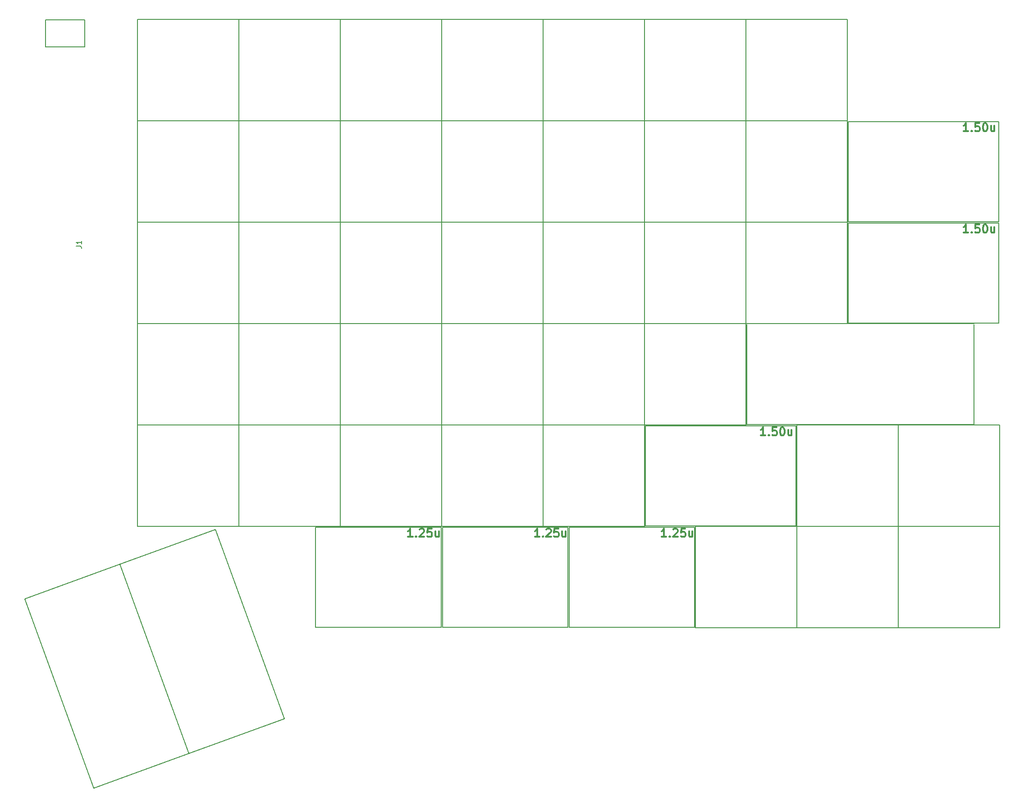
<source format=gbr>
G04 #@! TF.GenerationSoftware,KiCad,Pcbnew,(5.1.6)-1*
G04 #@! TF.CreationDate,2020-11-25T22:12:28-08:00*
G04 #@! TF.ProjectId,ortho_right,6f727468-6f5f-4726-9967-68742e6b6963,rev?*
G04 #@! TF.SameCoordinates,Original*
G04 #@! TF.FileFunction,OtherDrawing,Comment*
%FSLAX46Y46*%
G04 Gerber Fmt 4.6, Leading zero omitted, Abs format (unit mm)*
G04 Created by KiCad (PCBNEW (5.1.6)-1) date 2020-11-25 22:12:28*
%MOMM*%
%LPD*%
G01*
G04 APERTURE LIST*
%ADD10C,0.152400*%
%ADD11C,0.200000*%
%ADD12C,0.304800*%
%ADD13C,0.150000*%
G04 APERTURE END LIST*
D10*
X385711120Y-90360500D02*
X343100080Y-90360500D01*
X343100080Y-90360500D02*
X343100080Y-71564500D01*
X343100080Y-71437500D02*
X385711120Y-71437500D01*
X385711120Y-71564500D02*
X385711120Y-90360500D01*
X256170149Y-145711540D02*
X238269005Y-152227023D01*
X243226055Y-110147933D02*
X256170149Y-145711540D01*
X225324911Y-116663416D02*
X243226055Y-110147933D01*
X238269005Y-152227023D02*
X225324911Y-116663416D01*
X207423767Y-123178900D02*
X225324911Y-116663417D01*
X220367861Y-158742507D02*
X207423767Y-123178900D01*
X238269005Y-152227024D02*
X220367861Y-158742507D01*
X225324911Y-116663417D02*
X238269005Y-152227024D01*
X390525000Y-90487500D02*
X390525000Y-109537500D01*
X371475000Y-90487500D02*
X390525000Y-90487500D01*
X371475000Y-109537500D02*
X371475000Y-90487500D01*
X390525000Y-109537500D02*
X371475000Y-109537500D01*
X371475000Y-90487500D02*
X371475000Y-109537500D01*
X352425000Y-90487500D02*
X371475000Y-90487500D01*
X352425000Y-109537500D02*
X352425000Y-90487500D01*
X371475000Y-109537500D02*
X352425000Y-109537500D01*
X352298500Y-90614500D02*
X352298500Y-109410500D01*
X323977500Y-109410500D02*
X323977500Y-90614500D01*
X352298500Y-109410500D02*
X323977500Y-109410500D01*
X323977500Y-90614500D02*
X352298500Y-90614500D01*
X361950000Y-14287500D02*
X361950000Y-33337500D01*
X342900000Y-14287500D02*
X361950000Y-14287500D01*
X342900000Y-33337500D02*
X342900000Y-14287500D01*
X361950000Y-33337500D02*
X342900000Y-33337500D01*
X390525000Y-109537500D02*
X390525000Y-128587500D01*
X371475000Y-109537500D02*
X390525000Y-109537500D01*
X371475000Y-128587500D02*
X371475000Y-109537500D01*
X390525000Y-128587500D02*
X371475000Y-128587500D01*
X371475000Y-109537500D02*
X371475000Y-128587500D01*
X352425000Y-109537500D02*
X371475000Y-109537500D01*
X352425000Y-128587500D02*
X352425000Y-109537500D01*
X371475000Y-128587500D02*
X352425000Y-128587500D01*
X352425000Y-109537500D02*
X352425000Y-128587500D01*
X333375000Y-109537500D02*
X352425000Y-109537500D01*
X333375000Y-128587500D02*
X333375000Y-109537500D01*
X352425000Y-128587500D02*
X333375000Y-128587500D01*
X309687980Y-109664500D02*
X333249020Y-109664500D01*
X333249020Y-128460500D02*
X309687980Y-128460500D01*
X309687980Y-128460500D02*
X309687980Y-109664500D01*
X333249020Y-109664500D02*
X333249020Y-128460500D01*
X247650000Y-90487500D02*
X247650000Y-109537500D01*
X228600000Y-90487500D02*
X247650000Y-90487500D01*
X228600000Y-109537500D02*
X228600000Y-90487500D01*
X247650000Y-109537500D02*
X228600000Y-109537500D01*
X247650000Y-71437500D02*
X247650000Y-90487500D01*
X228600000Y-71437500D02*
X247650000Y-71437500D01*
X228600000Y-90487500D02*
X228600000Y-71437500D01*
X247650000Y-90487500D02*
X228600000Y-90487500D01*
X390398500Y-52514500D02*
X390398500Y-71310500D01*
X362077500Y-71310500D02*
X362077500Y-52514500D01*
X390398500Y-71310500D02*
X362077500Y-71310500D01*
X362077500Y-52514500D02*
X390398500Y-52514500D01*
X247650000Y-52387500D02*
X247650000Y-71437500D01*
X228600000Y-52387500D02*
X247650000Y-52387500D01*
X228600000Y-71437500D02*
X228600000Y-52387500D01*
X247650000Y-71437500D02*
X228600000Y-71437500D01*
X390398500Y-33464500D02*
X390398500Y-52260500D01*
X362077500Y-52260500D02*
X362077500Y-33464500D01*
X390398500Y-52260500D02*
X362077500Y-52260500D01*
X362077500Y-33464500D02*
X390398500Y-33464500D01*
X247650000Y-33337500D02*
X247650000Y-52387500D01*
X228600000Y-33337500D02*
X247650000Y-33337500D01*
X228600000Y-52387500D02*
X228600000Y-33337500D01*
X247650000Y-52387500D02*
X228600000Y-52387500D01*
X247650000Y-14287500D02*
X247650000Y-33337500D01*
X228600000Y-14287500D02*
X247650000Y-14287500D01*
X228600000Y-33337500D02*
X228600000Y-14287500D01*
X247650000Y-33337500D02*
X228600000Y-33337500D01*
D11*
X218655900Y-14351000D02*
X218655900Y-19431000D01*
X211289900Y-14351000D02*
X218655900Y-14351000D01*
X211289900Y-19431000D02*
X211289900Y-14351000D01*
X218655900Y-19431000D02*
X211289900Y-19431000D01*
D10*
X285875480Y-109664500D02*
X309436520Y-109664500D01*
X309436520Y-128460500D02*
X285875480Y-128460500D01*
X285875480Y-128460500D02*
X285875480Y-109664500D01*
X309436520Y-109664500D02*
X309436520Y-128460500D01*
X262062980Y-109664500D02*
X285624020Y-109664500D01*
X285624020Y-128460500D02*
X262062980Y-128460500D01*
X262062980Y-128460500D02*
X262062980Y-109664500D01*
X285624020Y-109664500D02*
X285624020Y-128460500D01*
X323850000Y-90487500D02*
X323850000Y-109537500D01*
X304800000Y-90487500D02*
X323850000Y-90487500D01*
X304800000Y-109537500D02*
X304800000Y-90487500D01*
X323850000Y-109537500D02*
X304800000Y-109537500D01*
X304800000Y-90487500D02*
X304800000Y-109537500D01*
X285750000Y-90487500D02*
X304800000Y-90487500D01*
X285750000Y-109537500D02*
X285750000Y-90487500D01*
X304800000Y-109537500D02*
X285750000Y-109537500D01*
X285750000Y-90487500D02*
X285750000Y-109537500D01*
X266700000Y-90487500D02*
X285750000Y-90487500D01*
X266700000Y-109537500D02*
X266700000Y-90487500D01*
X285750000Y-109537500D02*
X266700000Y-109537500D01*
X266700000Y-90487500D02*
X266700000Y-109537500D01*
X247650000Y-90487500D02*
X266700000Y-90487500D01*
X247650000Y-109537500D02*
X247650000Y-90487500D01*
X266700000Y-109537500D02*
X247650000Y-109537500D01*
X342900000Y-71437500D02*
X342900000Y-90487500D01*
X323850000Y-71437500D02*
X342900000Y-71437500D01*
X323850000Y-90487500D02*
X323850000Y-71437500D01*
X342900000Y-90487500D02*
X323850000Y-90487500D01*
X323850000Y-71437500D02*
X323850000Y-90487500D01*
X304800000Y-71437500D02*
X323850000Y-71437500D01*
X304800000Y-90487500D02*
X304800000Y-71437500D01*
X323850000Y-90487500D02*
X304800000Y-90487500D01*
X304800000Y-71437500D02*
X304800000Y-90487500D01*
X285750000Y-71437500D02*
X304800000Y-71437500D01*
X285750000Y-90487500D02*
X285750000Y-71437500D01*
X304800000Y-90487500D02*
X285750000Y-90487500D01*
X285750000Y-71437500D02*
X285750000Y-90487500D01*
X266700000Y-71437500D02*
X285750000Y-71437500D01*
X266700000Y-90487500D02*
X266700000Y-71437500D01*
X285750000Y-90487500D02*
X266700000Y-90487500D01*
X266700000Y-71437500D02*
X266700000Y-90487500D01*
X247650000Y-71437500D02*
X266700000Y-71437500D01*
X247650000Y-90487500D02*
X247650000Y-71437500D01*
X266700000Y-90487500D02*
X247650000Y-90487500D01*
X361950000Y-52387500D02*
X361950000Y-71437500D01*
X342900000Y-52387500D02*
X361950000Y-52387500D01*
X342900000Y-71437500D02*
X342900000Y-52387500D01*
X361950000Y-71437500D02*
X342900000Y-71437500D01*
X342900000Y-52387500D02*
X342900000Y-71437500D01*
X323850000Y-52387500D02*
X342900000Y-52387500D01*
X323850000Y-71437500D02*
X323850000Y-52387500D01*
X342900000Y-71437500D02*
X323850000Y-71437500D01*
X323850000Y-52387500D02*
X323850000Y-71437500D01*
X304800000Y-52387500D02*
X323850000Y-52387500D01*
X304800000Y-71437500D02*
X304800000Y-52387500D01*
X323850000Y-71437500D02*
X304800000Y-71437500D01*
X304800000Y-52387500D02*
X304800000Y-71437500D01*
X285750000Y-52387500D02*
X304800000Y-52387500D01*
X285750000Y-71437500D02*
X285750000Y-52387500D01*
X304800000Y-71437500D02*
X285750000Y-71437500D01*
X285750000Y-52387500D02*
X285750000Y-71437500D01*
X266700000Y-52387500D02*
X285750000Y-52387500D01*
X266700000Y-71437500D02*
X266700000Y-52387500D01*
X285750000Y-71437500D02*
X266700000Y-71437500D01*
X266700000Y-52387500D02*
X266700000Y-71437500D01*
X247650000Y-52387500D02*
X266700000Y-52387500D01*
X247650000Y-71437500D02*
X247650000Y-52387500D01*
X266700000Y-71437500D02*
X247650000Y-71437500D01*
X361950000Y-33337500D02*
X361950000Y-52387500D01*
X342900000Y-33337500D02*
X361950000Y-33337500D01*
X342900000Y-52387500D02*
X342900000Y-33337500D01*
X361950000Y-52387500D02*
X342900000Y-52387500D01*
X342900000Y-33337500D02*
X342900000Y-52387500D01*
X323850000Y-33337500D02*
X342900000Y-33337500D01*
X323850000Y-52387500D02*
X323850000Y-33337500D01*
X342900000Y-52387500D02*
X323850000Y-52387500D01*
X323850000Y-33337500D02*
X323850000Y-52387500D01*
X304800000Y-33337500D02*
X323850000Y-33337500D01*
X304800000Y-52387500D02*
X304800000Y-33337500D01*
X323850000Y-52387500D02*
X304800000Y-52387500D01*
X304800000Y-33337500D02*
X304800000Y-52387500D01*
X285750000Y-33337500D02*
X304800000Y-33337500D01*
X285750000Y-52387500D02*
X285750000Y-33337500D01*
X304800000Y-52387500D02*
X285750000Y-52387500D01*
X285750000Y-33337500D02*
X285750000Y-52387500D01*
X266700000Y-33337500D02*
X285750000Y-33337500D01*
X266700000Y-52387500D02*
X266700000Y-33337500D01*
X285750000Y-52387500D02*
X266700000Y-52387500D01*
X266700000Y-33337500D02*
X266700000Y-52387500D01*
X247650000Y-33337500D02*
X266700000Y-33337500D01*
X247650000Y-52387500D02*
X247650000Y-33337500D01*
X266700000Y-52387500D02*
X247650000Y-52387500D01*
X342900000Y-14287500D02*
X342900000Y-33337500D01*
X323850000Y-14287500D02*
X342900000Y-14287500D01*
X323850000Y-33337500D02*
X323850000Y-14287500D01*
X342900000Y-33337500D02*
X323850000Y-33337500D01*
X323850000Y-14287500D02*
X323850000Y-33337500D01*
X304800000Y-14287500D02*
X323850000Y-14287500D01*
X304800000Y-33337500D02*
X304800000Y-14287500D01*
X323850000Y-33337500D02*
X304800000Y-33337500D01*
X304800000Y-14287500D02*
X304800000Y-33337500D01*
X285750000Y-14287500D02*
X304800000Y-14287500D01*
X285750000Y-33337500D02*
X285750000Y-14287500D01*
X304800000Y-33337500D02*
X285750000Y-33337500D01*
X285750000Y-14287500D02*
X285750000Y-33337500D01*
X266700000Y-14287500D02*
X285750000Y-14287500D01*
X266700000Y-33337500D02*
X266700000Y-14287500D01*
X285750000Y-33337500D02*
X266700000Y-33337500D01*
X266700000Y-14287500D02*
X266700000Y-33337500D01*
X247650000Y-14287500D02*
X266700000Y-14287500D01*
X247650000Y-33337500D02*
X247650000Y-14287500D01*
X266700000Y-33337500D02*
X247650000Y-33337500D01*
D12*
X346547214Y-92446928D02*
X345676357Y-92446928D01*
X346111785Y-92446928D02*
X346111785Y-90922928D01*
X345966642Y-91140642D01*
X345821500Y-91285785D01*
X345676357Y-91358357D01*
X347200357Y-92301785D02*
X347272928Y-92374357D01*
X347200357Y-92446928D01*
X347127785Y-92374357D01*
X347200357Y-92301785D01*
X347200357Y-92446928D01*
X348651785Y-90922928D02*
X347926071Y-90922928D01*
X347853500Y-91648642D01*
X347926071Y-91576071D01*
X348071214Y-91503500D01*
X348434071Y-91503500D01*
X348579214Y-91576071D01*
X348651785Y-91648642D01*
X348724357Y-91793785D01*
X348724357Y-92156642D01*
X348651785Y-92301785D01*
X348579214Y-92374357D01*
X348434071Y-92446928D01*
X348071214Y-92446928D01*
X347926071Y-92374357D01*
X347853500Y-92301785D01*
X349667785Y-90922928D02*
X349812928Y-90922928D01*
X349958071Y-90995500D01*
X350030642Y-91068071D01*
X350103214Y-91213214D01*
X350175785Y-91503500D01*
X350175785Y-91866357D01*
X350103214Y-92156642D01*
X350030642Y-92301785D01*
X349958071Y-92374357D01*
X349812928Y-92446928D01*
X349667785Y-92446928D01*
X349522642Y-92374357D01*
X349450071Y-92301785D01*
X349377500Y-92156642D01*
X349304928Y-91866357D01*
X349304928Y-91503500D01*
X349377500Y-91213214D01*
X349450071Y-91068071D01*
X349522642Y-90995500D01*
X349667785Y-90922928D01*
X351482071Y-91430928D02*
X351482071Y-92446928D01*
X350828928Y-91430928D02*
X350828928Y-92229214D01*
X350901500Y-92374357D01*
X351046642Y-92446928D01*
X351264357Y-92446928D01*
X351409500Y-92374357D01*
X351482071Y-92301785D01*
X327909214Y-111496928D02*
X327038357Y-111496928D01*
X327473785Y-111496928D02*
X327473785Y-109972928D01*
X327328642Y-110190642D01*
X327183500Y-110335785D01*
X327038357Y-110408357D01*
X328562357Y-111351785D02*
X328634928Y-111424357D01*
X328562357Y-111496928D01*
X328489785Y-111424357D01*
X328562357Y-111351785D01*
X328562357Y-111496928D01*
X329215500Y-110118071D02*
X329288071Y-110045500D01*
X329433214Y-109972928D01*
X329796071Y-109972928D01*
X329941214Y-110045500D01*
X330013785Y-110118071D01*
X330086357Y-110263214D01*
X330086357Y-110408357D01*
X330013785Y-110626071D01*
X329142928Y-111496928D01*
X330086357Y-111496928D01*
X331465214Y-109972928D02*
X330739500Y-109972928D01*
X330666928Y-110698642D01*
X330739500Y-110626071D01*
X330884642Y-110553500D01*
X331247500Y-110553500D01*
X331392642Y-110626071D01*
X331465214Y-110698642D01*
X331537785Y-110843785D01*
X331537785Y-111206642D01*
X331465214Y-111351785D01*
X331392642Y-111424357D01*
X331247500Y-111496928D01*
X330884642Y-111496928D01*
X330739500Y-111424357D01*
X330666928Y-111351785D01*
X332844071Y-110480928D02*
X332844071Y-111496928D01*
X332190928Y-110480928D02*
X332190928Y-111279214D01*
X332263500Y-111424357D01*
X332408642Y-111496928D01*
X332626357Y-111496928D01*
X332771500Y-111424357D01*
X332844071Y-111351785D01*
X384647214Y-54346928D02*
X383776357Y-54346928D01*
X384211785Y-54346928D02*
X384211785Y-52822928D01*
X384066642Y-53040642D01*
X383921500Y-53185785D01*
X383776357Y-53258357D01*
X385300357Y-54201785D02*
X385372928Y-54274357D01*
X385300357Y-54346928D01*
X385227785Y-54274357D01*
X385300357Y-54201785D01*
X385300357Y-54346928D01*
X386751785Y-52822928D02*
X386026071Y-52822928D01*
X385953500Y-53548642D01*
X386026071Y-53476071D01*
X386171214Y-53403500D01*
X386534071Y-53403500D01*
X386679214Y-53476071D01*
X386751785Y-53548642D01*
X386824357Y-53693785D01*
X386824357Y-54056642D01*
X386751785Y-54201785D01*
X386679214Y-54274357D01*
X386534071Y-54346928D01*
X386171214Y-54346928D01*
X386026071Y-54274357D01*
X385953500Y-54201785D01*
X387767785Y-52822928D02*
X387912928Y-52822928D01*
X388058071Y-52895500D01*
X388130642Y-52968071D01*
X388203214Y-53113214D01*
X388275785Y-53403500D01*
X388275785Y-53766357D01*
X388203214Y-54056642D01*
X388130642Y-54201785D01*
X388058071Y-54274357D01*
X387912928Y-54346928D01*
X387767785Y-54346928D01*
X387622642Y-54274357D01*
X387550071Y-54201785D01*
X387477500Y-54056642D01*
X387404928Y-53766357D01*
X387404928Y-53403500D01*
X387477500Y-53113214D01*
X387550071Y-52968071D01*
X387622642Y-52895500D01*
X387767785Y-52822928D01*
X389582071Y-53330928D02*
X389582071Y-54346928D01*
X388928928Y-53330928D02*
X388928928Y-54129214D01*
X389001500Y-54274357D01*
X389146642Y-54346928D01*
X389364357Y-54346928D01*
X389509500Y-54274357D01*
X389582071Y-54201785D01*
X384647214Y-35296928D02*
X383776357Y-35296928D01*
X384211785Y-35296928D02*
X384211785Y-33772928D01*
X384066642Y-33990642D01*
X383921500Y-34135785D01*
X383776357Y-34208357D01*
X385300357Y-35151785D02*
X385372928Y-35224357D01*
X385300357Y-35296928D01*
X385227785Y-35224357D01*
X385300357Y-35151785D01*
X385300357Y-35296928D01*
X386751785Y-33772928D02*
X386026071Y-33772928D01*
X385953500Y-34498642D01*
X386026071Y-34426071D01*
X386171214Y-34353500D01*
X386534071Y-34353500D01*
X386679214Y-34426071D01*
X386751785Y-34498642D01*
X386824357Y-34643785D01*
X386824357Y-35006642D01*
X386751785Y-35151785D01*
X386679214Y-35224357D01*
X386534071Y-35296928D01*
X386171214Y-35296928D01*
X386026071Y-35224357D01*
X385953500Y-35151785D01*
X387767785Y-33772928D02*
X387912928Y-33772928D01*
X388058071Y-33845500D01*
X388130642Y-33918071D01*
X388203214Y-34063214D01*
X388275785Y-34353500D01*
X388275785Y-34716357D01*
X388203214Y-35006642D01*
X388130642Y-35151785D01*
X388058071Y-35224357D01*
X387912928Y-35296928D01*
X387767785Y-35296928D01*
X387622642Y-35224357D01*
X387550071Y-35151785D01*
X387477500Y-35006642D01*
X387404928Y-34716357D01*
X387404928Y-34353500D01*
X387477500Y-34063214D01*
X387550071Y-33918071D01*
X387622642Y-33845500D01*
X387767785Y-33772928D01*
X389582071Y-34280928D02*
X389582071Y-35296928D01*
X388928928Y-34280928D02*
X388928928Y-35079214D01*
X389001500Y-35224357D01*
X389146642Y-35296928D01*
X389364357Y-35296928D01*
X389509500Y-35224357D01*
X389582071Y-35151785D01*
X304096714Y-111496928D02*
X303225857Y-111496928D01*
X303661285Y-111496928D02*
X303661285Y-109972928D01*
X303516142Y-110190642D01*
X303371000Y-110335785D01*
X303225857Y-110408357D01*
X304749857Y-111351785D02*
X304822428Y-111424357D01*
X304749857Y-111496928D01*
X304677285Y-111424357D01*
X304749857Y-111351785D01*
X304749857Y-111496928D01*
X305403000Y-110118071D02*
X305475571Y-110045500D01*
X305620714Y-109972928D01*
X305983571Y-109972928D01*
X306128714Y-110045500D01*
X306201285Y-110118071D01*
X306273857Y-110263214D01*
X306273857Y-110408357D01*
X306201285Y-110626071D01*
X305330428Y-111496928D01*
X306273857Y-111496928D01*
X307652714Y-109972928D02*
X306927000Y-109972928D01*
X306854428Y-110698642D01*
X306927000Y-110626071D01*
X307072142Y-110553500D01*
X307435000Y-110553500D01*
X307580142Y-110626071D01*
X307652714Y-110698642D01*
X307725285Y-110843785D01*
X307725285Y-111206642D01*
X307652714Y-111351785D01*
X307580142Y-111424357D01*
X307435000Y-111496928D01*
X307072142Y-111496928D01*
X306927000Y-111424357D01*
X306854428Y-111351785D01*
X309031571Y-110480928D02*
X309031571Y-111496928D01*
X308378428Y-110480928D02*
X308378428Y-111279214D01*
X308451000Y-111424357D01*
X308596142Y-111496928D01*
X308813857Y-111496928D01*
X308959000Y-111424357D01*
X309031571Y-111351785D01*
X280284214Y-111496928D02*
X279413357Y-111496928D01*
X279848785Y-111496928D02*
X279848785Y-109972928D01*
X279703642Y-110190642D01*
X279558500Y-110335785D01*
X279413357Y-110408357D01*
X280937357Y-111351785D02*
X281009928Y-111424357D01*
X280937357Y-111496928D01*
X280864785Y-111424357D01*
X280937357Y-111351785D01*
X280937357Y-111496928D01*
X281590500Y-110118071D02*
X281663071Y-110045500D01*
X281808214Y-109972928D01*
X282171071Y-109972928D01*
X282316214Y-110045500D01*
X282388785Y-110118071D01*
X282461357Y-110263214D01*
X282461357Y-110408357D01*
X282388785Y-110626071D01*
X281517928Y-111496928D01*
X282461357Y-111496928D01*
X283840214Y-109972928D02*
X283114500Y-109972928D01*
X283041928Y-110698642D01*
X283114500Y-110626071D01*
X283259642Y-110553500D01*
X283622500Y-110553500D01*
X283767642Y-110626071D01*
X283840214Y-110698642D01*
X283912785Y-110843785D01*
X283912785Y-111206642D01*
X283840214Y-111351785D01*
X283767642Y-111424357D01*
X283622500Y-111496928D01*
X283259642Y-111496928D01*
X283114500Y-111424357D01*
X283041928Y-111351785D01*
X285219071Y-110480928D02*
X285219071Y-111496928D01*
X284565928Y-110480928D02*
X284565928Y-111279214D01*
X284638500Y-111424357D01*
X284783642Y-111496928D01*
X285001357Y-111496928D01*
X285146500Y-111424357D01*
X285219071Y-111351785D01*
D13*
X217093680Y-56883333D02*
X217807966Y-56883333D01*
X217950823Y-56930952D01*
X218046061Y-57026190D01*
X218093680Y-57169047D01*
X218093680Y-57264285D01*
X218093680Y-55883333D02*
X218093680Y-56454761D01*
X218093680Y-56169047D02*
X217093680Y-56169047D01*
X217236538Y-56264285D01*
X217331776Y-56359523D01*
X217379395Y-56454761D01*
M02*

</source>
